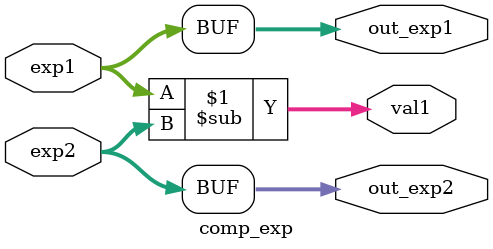
<source format=v>
`timescale 1ns / 1ps

module comp_exp(
    input [7:0] exp1,
    input [7:0] exp2,
    output [8:0] val1,
    output [7:0] out_exp1,
    output [7:0] out_exp2
    );
    
    assign val1 = exp1 - exp2;
    assign out_exp1 = exp1;
    assign out_exp2 = exp2;
endmodule

</source>
